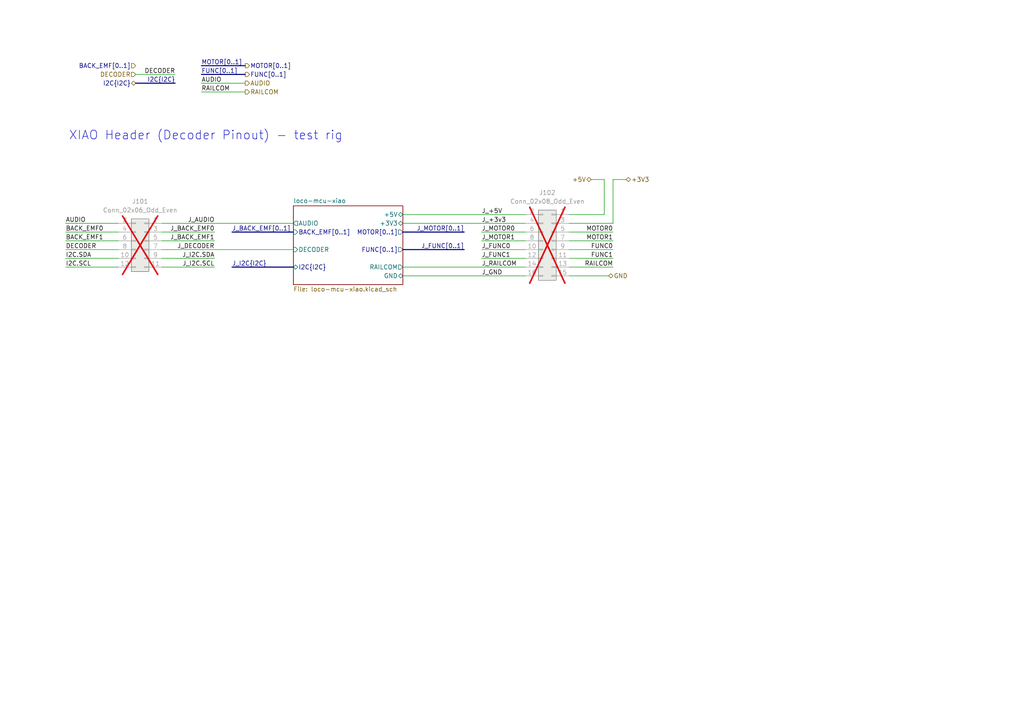
<source format=kicad_sch>
(kicad_sch (version 20231120) (generator "eeschema") (generator_version "8.0")
  (paper "A4")
  (title_block (title "xDuinoRail - LocDecoder - Development Kit") (date "2024-10-09") (rev "v0.2") (company "Chatelain Engineering, Bern - CH"))
  (lib_symbols
    (symbol "Connector_Generic:Conn_02x06_Odd_Even" (pin_names (offset 1.016) hide)
      (property "Reference" "J" (at 1.27 7.62 0))
      (property "Value" "Conn_02x06_Odd_Even" (at 1.27 -10.16 0))
      (symbol "Conn_02x06_Odd_Even_1_1"
        (rectangle (start -1.27 -7.493) (end 0 -7.747) (stroke (width 0.1524)))
        (rectangle (start -1.27 -4.953) (end 0 -5.207) (stroke (width 0.1524)))
        (rectangle (start -1.27 -2.413) (end 0 -2.667) (stroke (width 0.1524)))
        (rectangle (start -1.27 0.127) (end 0 -0.127) (stroke (width 0.1524)))
        (rectangle (start -1.27 2.667) (end 0 2.413) (stroke (width 0.1524)))
        (rectangle (start -1.27 5.207) (end 0 4.953) (stroke (width 0.1524)))
        (rectangle (start -1.27 6.35) (end 3.81 -8.89) (stroke (width 0.254)) (fill (type background)))
        (rectangle (start 3.81 -7.493) (end 2.54 -7.747) (stroke (width 0.1524)))
        (rectangle (start 3.81 -4.953) (end 2.54 -5.207) (stroke (width 0.1524)))
        (rectangle (start 3.81 -2.413) (end 2.54 -2.667) (stroke (width 0.1524)))
        (rectangle (start 3.81 0.127) (end 2.54 -0.127) (stroke (width 0.1524)))
        (rectangle (start 3.81 2.667) (end 2.54 2.413) (stroke (width 0.1524)))
        (rectangle (start 3.81 5.207) (end 2.54 4.953) (stroke (width 0.1524)))
        (pin passive line (at -5.08 5.08 0) (length 3.81) (name "Pin_1") (number "1"))
        (pin passive line (at 7.62 -5.08 180) (length 3.81) (name "Pin_10") (number "10"))
        (pin passive line (at -5.08 -7.62 0) (length 3.81) (name "Pin_11") (number "11"))
        (pin passive line (at 7.62 -7.62 180) (length 3.81) (name "Pin_12") (number "12"))
        (pin passive line (at 7.62 5.08 180) (length 3.81) (name "Pin_2") (number "2"))
        (pin passive line (at -5.08 2.54 0) (length 3.81) (name "Pin_3") (number "3"))
        (pin passive line (at 7.62 2.54 180) (length 3.81) (name "Pin_4") (number "4"))
        (pin passive line (at -5.08 0 0) (length 3.81) (name "Pin_5") (number "5"))
        (pin passive line (at 7.62 0 180) (length 3.81) (name "Pin_6") (number "6"))
        (pin passive line (at -5.08 -2.54 0) (length 3.81) (name "Pin_7") (number "7"))
        (pin passive line (at 7.62 -2.54 180) (length 3.81) (name "Pin_8") (number "8"))
        (pin passive line (at -5.08 -5.08 0) (length 3.81) (name "Pin_9") (number "9"))
      )
    )
    (symbol "Connector_Generic:Conn_02x08_Odd_Even" (pin_names (offset 1.016) hide)
      (property "Reference" "J" (at 1.27 10.16 0))
      (property "Value" "Conn_02x08_Odd_Even" (at 1.27 -12.7 0))
      (symbol "Conn_02x08_Odd_Even_1_1"
        (rectangle (start -1.27 -10.033) (end 0 -10.287) (stroke (width 0.1524)))
        (rectangle (start -1.27 -7.493) (end 0 -7.747) (stroke (width 0.1524)))
        (rectangle (start -1.27 -4.953) (end 0 -5.207) (stroke (width 0.1524)))
        (rectangle (start -1.27 -2.413) (end 0 -2.667) (stroke (width 0.1524)))
        (rectangle (start -1.27 0.127) (end 0 -0.127) (stroke (width 0.1524)))
        (rectangle (start -1.27 2.667) (end 0 2.413) (stroke (width 0.1524)))
        (rectangle (start -1.27 5.207) (end 0 4.953) (stroke (width 0.1524)))
        (rectangle (start -1.27 7.747) (end 0 7.493) (stroke (width 0.1524)))
        (rectangle (start -1.27 8.89) (end 3.81 -11.43) (stroke (width 0.254)) (fill (type background)))
        (rectangle (start 3.81 -10.033) (end 2.54 -10.287) (stroke (width 0.1524)))
        (rectangle (start 3.81 -7.493) (end 2.54 -7.747) (stroke (width 0.1524)))
        (rectangle (start 3.81 -4.953) (end 2.54 -5.207) (stroke (width 0.1524)))
        (rectangle (start 3.81 -2.413) (end 2.54 -2.667) (stroke (width 0.1524)))
        (rectangle (start 3.81 0.127) (end 2.54 -0.127) (stroke (width 0.1524)))
        (rectangle (start 3.81 2.667) (end 2.54 2.413) (stroke (width 0.1524)))
        (rectangle (start 3.81 5.207) (end 2.54 4.953) (stroke (width 0.1524)))
        (rectangle (start 3.81 7.747) (end 2.54 7.493) (stroke (width 0.1524)))
        (pin passive line (at -5.08 7.62 0) (length 3.81) (name "Pin_1") (number "1"))
        (pin passive line (at 7.62 -2.54 180) (length 3.81) (name "Pin_10") (number "10"))
        (pin passive line (at -5.08 -5.08 0) (length 3.81) (name "Pin_11") (number "11"))
        (pin passive line (at 7.62 -5.08 180) (length 3.81) (name "Pin_12") (number "12"))
        (pin passive line (at -5.08 -7.62 0) (length 3.81) (name "Pin_13") (number "13"))
        (pin passive line (at 7.62 -7.62 180) (length 3.81) (name "Pin_14") (number "14"))
        (pin passive line (at -5.08 -10.16 0) (length 3.81) (name "Pin_15") (number "15"))
        (pin passive line (at 7.62 -10.16 180) (length 3.81) (name "Pin_16") (number "16"))
        (pin passive line (at 7.62 7.62 180) (length 3.81) (name "Pin_2") (number "2"))
        (pin passive line (at -5.08 5.08 0) (length 3.81) (name "Pin_3") (number "3"))
        (pin passive line (at 7.62 5.08 180) (length 3.81) (name "Pin_4") (number "4"))
        (pin passive line (at -5.08 2.54 0) (length 3.81) (name "Pin_5") (number "5"))
        (pin passive line (at 7.62 2.54 180) (length 3.81) (name "Pin_6") (number "6"))
        (pin passive line (at -5.08 0 0) (length 3.81) (name "Pin_7") (number "7"))
        (pin passive line (at 7.62 0 180) (length 3.81) (name "Pin_8") (number "8"))
        (pin passive line (at -5.08 -2.54 0) (length 3.81) (name "Pin_9") (number "9"))
      )
    )
  )
  (bus_alias "I2C" (members "SDA" "SCL"))
  (wire (pts (xy 19.05 64.77) (xy 34.29 64.77)))
  (wire (pts (xy 116.84 62.23) (xy 152.4 62.23)))
  (wire (pts (xy 116.84 64.77) (xy 152.4 64.77)))
  (bus (pts (xy 134.62 72.39) (xy 116.84 72.39)))
  (wire (pts (xy 165.1 64.77) (xy 177.8 64.77)))
  (wire (pts (xy 39.37 21.59) (xy 50.8 21.59)))
  (bus (pts (xy 67.31 67.31) (xy 85.09 67.31)))
  (wire (pts (xy 165.1 67.31) (xy 177.8 67.31)))
  (wire (pts (xy 165.1 80.01) (xy 176.53 80.01)))
  (wire (pts (xy 139.7 67.31) (xy 152.4 67.31)))
  (wire (pts (xy 116.84 77.47) (xy 152.4 77.47)))
  (wire (pts (xy 62.23 77.47) (xy 46.99 77.47)))
  (wire (pts (xy 46.99 69.85) (xy 62.23 69.85)))
  (wire (pts (xy 177.8 52.07) (xy 181.61 52.07)))
  (bus (pts (xy 58.42 21.59) (xy 71.12 21.59)))
  (wire (pts (xy 19.05 72.39) (xy 34.29 72.39)))
  (wire (pts (xy 71.12 24.13) (xy 58.42 24.13)))
  (wire (pts (xy 139.7 72.39) (xy 152.4 72.39)))
  (wire (pts (xy 165.1 62.23) (xy 175.26 62.23)))
  (wire (pts (xy 175.26 52.07) (xy 171.45 52.07)))
  (bus (pts (xy 67.31 77.47) (xy 85.09 77.47)))
  (wire (pts (xy 139.7 69.85) (xy 152.4 69.85)))
  (wire (pts (xy 165.1 72.39) (xy 177.8 72.39)))
  (wire (pts (xy 177.8 52.07) (xy 177.8 64.77)))
  (wire (pts (xy 62.23 67.31) (xy 46.99 67.31)))
  (wire (pts (xy 19.05 69.85) (xy 34.29 69.85)))
  (wire (pts (xy 165.1 69.85) (xy 177.8 69.85)))
  (wire (pts (xy 19.05 77.47) (xy 34.29 77.47)))
  (wire (pts (xy 46.99 72.39) (xy 85.09 72.39)))
  (wire (pts (xy 71.12 26.67) (xy 58.42 26.67)))
  (bus (pts (xy 58.42 19.05) (xy 71.12 19.05)))
  (wire (pts (xy 139.7 74.93) (xy 152.4 74.93)))
  (wire (pts (xy 175.26 52.07) (xy 175.26 62.23)))
  (wire (pts (xy 116.84 80.01) (xy 152.4 80.01)))
  (bus (pts (xy 134.62 67.31) (xy 116.84 67.31)))
  (wire (pts (xy 19.05 74.93) (xy 34.29 74.93)))
  (wire (pts (xy 19.05 67.31) (xy 34.29 67.31)))
  (wire (pts (xy 62.23 74.93) (xy 46.99 74.93)))
  (wire (pts (xy 46.99 64.77) (xy 85.09 64.77)))
  (wire (pts (xy 165.1 77.47) (xy 177.8 77.47)))
  (bus (pts (xy 39.37 24.13) (xy 50.8 24.13)))
  (wire (pts (xy 165.1 74.93) (xy 177.8 74.93)))
  (text "XIAO Header (Decoder Pinout) - test rig" (at 59.69 39.37 0) (effects (font (size 2.54 2.54))))
  (label "J_FUNC[0..1]" (at 134.62 72.39 180))
  (label "MOTOR0" (at 177.8 67.31 180))
  (label "J_RAILCOM" (at 139.7 77.47 0))
  (label "RAILCOM" (at 177.8 77.47 180))
  (label "AUDIO" (at 19.05 64.77 0))
  (label "I2C.SCL" (at 19.05 77.47 0))
  (label "J_FUNC1" (at 139.7 74.93 0))
  (label "MOTOR[0..1]" (at 58.42 19.05 0))
  (label "BACK_EMF1" (at 19.05 69.85 0))
  (label "FUNC1" (at 177.8 74.93 180))
  (label "J_FUNC0" (at 139.7 72.39 0))
  (label "J_+5V" (at 139.7 62.23 0))
  (label "MOTOR1" (at 177.8 69.85 180))
  (label "J_DECODER" (at 62.23 72.39 180))
  (label "J_+3v3" (at 139.7 64.77 0))
  (label "J_BACK_EMF[0..1]" (at 67.31 67.31 0))
  (label "FUNC[0..1]" (at 58.42 21.59 0))
  (label "I2C.SDA" (at 19.05 74.93 0))
  (label "FUNC0" (at 177.8 72.39 180))
  (label "J_MOTOR1" (at 139.7 69.85 0))
  (label "RAILCOM" (at 58.42 26.67 0))
  (label "J_MOTOR[0..1]" (at 134.62 67.31 180))
  (label "J_BACK_EMF1" (at 62.23 69.85 180))
  (label "J_GND" (at 139.7 80.01 0))
  (label "J_I2C.SCL" (at 62.23 77.47 180))
  (label "J_AUDIO" (at 62.23 64.77 180))
  (label "DECODER" (at 19.05 72.39 0))
  (label "DECODER" (at 50.8 21.59 180))
  (label "J_I2C{I2C}" (at 67.31 77.47 0))
  (label "J_BACK_EMF0" (at 62.23 67.31 180))
  (label "J_I2C.SDA" (at 62.23 74.93 180))
  (label "BACK_EMF0" (at 19.05 67.31 0))
  (label "I2C{I2C}" (at 50.8 24.13 180))
  (label "AUDIO" (at 58.42 24.13 0))
  (label "J_MOTOR0" (at 139.7 67.31 0))
  (hierarchical_label "+5V" (shape bidirectional) (at 171.45 52.07 180))
  (hierarchical_label "BACK_EMF[0..1]" (shape input) (at 39.37 19.05 180))
  (hierarchical_label "RAILCOM" (shape output) (at 71.12 26.67 0))
  (hierarchical_label "DECODER" (shape input) (at 39.37 21.59 180))
  (hierarchical_label "MOTOR[0..1]" (shape output) (at 71.12 19.05 0))
  (hierarchical_label "AUDIO" (shape output) (at 71.12 24.13 0))
  (hierarchical_label "GND" (shape bidirectional) (at 176.53 80.01 0))
  (hierarchical_label "+3V3" (shape bidirectional) (at 181.61 52.07 0))
  (hierarchical_label "I2C{I2C}" (shape bidirectional) (at 39.37 24.13 180))
  (hierarchical_label "FUNC[0..1]" (shape output) (at 71.12 21.59 0))
  (symbol (lib_id "Connector_Generic:Conn_02x06_Odd_Even") (at 41.91 69.85 0) (mirror y) (unit 1) (exclude_from_sim yes) (in_bom no) (dnp yes)
    (property "Reference" "J101" (at 40.64 58.42 0))
    (property "Value" "Conn_02x06_Odd_Even" (at 40.64 60.96 0))
    (property "Footprint" "Connector_PinSocket_2.54mm:PinSocket_2x06_P2.54mm_Vertical" (effects (hide yes)))
    (property "Description" "Generic connector, double row, 02x06, odd/even pin numbering scheme (row 1 odd numbers, row 2 even numbers), script generated (kicad-library-utils/schlib/autogen/connector/)" (effects (hide yes)))
  )
  (symbol (lib_id "Connector_Generic:Conn_02x08_Odd_Even") (at 160.02 69.85 0) (mirror y) (unit 1) (exclude_from_sim yes) (in_bom no) (dnp yes)
    (property "Reference" "J102" (at 158.75 55.88 0))
    (property "Value" "Conn_02x08_Odd_Even" (at 158.75 58.42 0))
    (property "Footprint" "Connector_PinSocket_2.54mm:PinSocket_2x08_P2.54mm_Vertical" (effects (hide yes)))
    (property "Description" "Generic connector, double row, 02x08, odd/even pin numbering scheme (row 1 odd numbers, row 2 even numbers), script generated (kicad-library-utils/schlib/autogen/connector/)" (effects (hide yes)))
  )
  (sheet (at 85.09 59.69) (size 31.75 22.86) (stroke (width 0.1524))
    (property "Sheetname" "loco-mcu-xiao" (at 85.09 58.9784 0) (effects (justify left bottom)))
    (property "Sheetfile" "loco-mcu-xiao.kicad_sch" (at 85.09 83.1346 0) (effects (justify left top)))
    (pin "GND" bidirectional (at 116.84 80.01 0))
    (pin "+5V" bidirectional (at 116.84 62.23 0))
    (pin "I2C{I2C}" bidirectional (at 85.09 77.47 180))
    (pin "BACK_EMF[0..1]" input (at 85.09 67.31 180))
    (pin "DECODER" input (at 85.09 72.39 180))
    (pin "RAILCOM" output (at 116.84 77.47 0))
    (pin "MOTOR[0..1]" output (at 116.84 67.31 0))
    (pin "AUDIO" output (at 85.09 64.77 180))
    (pin "FUNC[0..1]" output (at 116.84 72.39 0))
    (pin "+3V3" bidirectional (at 116.84 64.77 0))
  )
)
</source>
